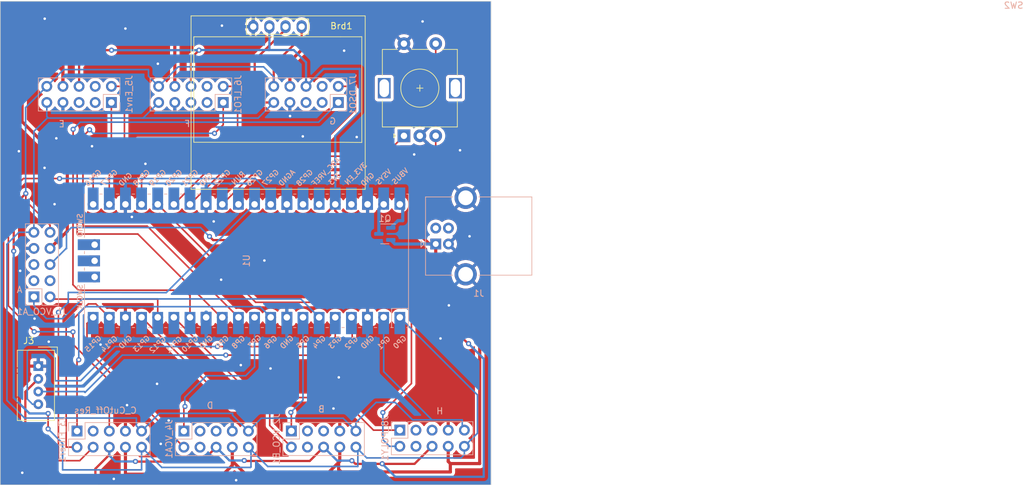
<source format=kicad_pcb>
(kicad_pcb (version 20221018) (generator pcbnew)
  (layers (0 "F.Cu" signal) (31 "B.Cu" signal) (34 "B.Paste" user) (35 "F.Paste" user) (36 "B.SilkS" user "B.Silkscreen") (37 "F.SilkS" user "F.Silkscreen") (38 "B.Mask" user) (39 "F.Mask" user) (44 "Edge.Cuts" user))
  (net 0 "")
  (net 1 "INT_A")
  (net 2 "LED_A")
  (net 6 "3V3")
  (net 7 "GND")
  (net 8 "LED_POWER")
  (net 9 "IC0_SCL")
  (net 10 "IC0_SDA")
  (net 11 "INT_B")
  (net 12 "LED_B")
  (net 16 "INT_C")
  (net 17 "LED_C")
  (net 19 "ADC_CUTOFF")
  (net 20 "ADC_Resonance")
  (net 21 "INT_D")
  (net 22 "LED_D")
  (net 26 "INT_E")
  (net 27 "LED_E")
  (net 31 "INT_F")
  (net 32 "LED_F")
  (net 36 "INT_G")
  (net 37 "LED_G")
  (net 41 "INT_H")
  (net 42 "LED_H")
  (net 46 "ENC_PRESET_A")
  (net 47 "ENC_PRESET_B")
  (net 48 "SWITCH_ENCODER")
  (net 49 "IC1_SDA")
  (net 50 "IC1_SCL")
  (net 60 "Net-(Q1-G)")
  (net 61 "VBUS")
  (footprint "Rotary_Encoder:RotaryEncoder_Alps_EC11E-Switch_Vertical_H20mm" (layer "F.Cu") (at 132.3232 139.2792 90)
    (fp_text reference "SW2")
    (fp_text value "RotaryEncoder_Switch")
  )
  (footprint "Connector:NS-Tech_Grove_1x04_P2mm_Vertical" (layer "F.Cu") (at 74.7819 175.5263)
    (fp_text reference "J3")
    (fp_text value "Conn_01x04_Socket")
  )
  (footprint "SSD1306:128x64OLED" (layer "F.Cu") (at 112.228 132.7006)
    (fp_text reference "Brd1")
    (fp_text value "SSD1306")
  )
  (footprint "Connector_PinHeader_2.54mm:PinHeader_2x05_P2.54mm_Vertical" (layer "B.Cu") (at 80.8786 185.7402 -90)
    (fp_text reference "J3_Filter1")
    (fp_text value "Conn_Filter")
  )
  (footprint "Package_TO_SOT_SMD:SOT-23" (layer "B.Cu") (at 129.3114 154.7114 180)
    (fp_text reference "Q1")
    (fp_text value "BS170F")
  )
  (footprint "Connector_USB:USB_B_OST_USB-B1HSxx_Horizontal" (layer "B.Cu") (at 137.3268 156.3043)
    (fp_text reference "J1")
    (fp_text value "USB_B")
  )
  (footprint "Connector_PinHeader_2.54mm:PinHeader_2x05_P2.54mm_Vertical" (layer "B.Cu") (at 97.6934 185.7402 -90)
    (fp_text reference "J4_VCA1")
    (fp_text value "Conn_VCA")
  )
  (footprint "MCU_RaspberryPi_and_Boards:RPi_Pico_SMD_TH" (layer "B.Cu") (at 107.5466 158.9532 90)
    (fp_text reference "U1")
    (fp_text value "Pico")
  )
  (footprint "Connector_PinHeader_2.54mm:PinHeader_2x05_P2.54mm_Vertical" (layer "B.Cu") (at 131.6736 185.5978 -90)
    (fp_text reference "J8_POLY1")
    (fp_text value "Conn_Env")
  )
  (footprint "Connector_PinHeader_2.54mm:PinHeader_2x05_P2.54mm_Vertical" (layer "B.Cu") (at 86.2838 134.0358 90)
    (fp_text reference "J5_Env1")
    (fp_text value "Conn_Env")
  )
  (footprint "Connector_PinHeader_2.54mm:PinHeader_2x05_P2.54mm_Vertical" (layer "B.Cu") (at 74.0918 164.6174)
    (fp_text reference "J1_VCO_A1")
    (fp_text value "Conn_VCO_A")
  )
  (footprint "Connector_PinHeader_2.54mm:PinHeader_2x05_P2.54mm_Vertical" (layer "B.Cu") (at 114.6048 185.7248 -90)
    (fp_text reference "J2_VCO_B1")
    (fp_text value "Conn_VCO_B")
  )
  (footprint "Connector_PinHeader_2.54mm:PinHeader_2x05_P2.54mm_Vertical" (layer "B.Cu") (at 121.9962 134.0358 90)
    (fp_text reference "J7_DSO1")
    (fp_text value "Conn_Env")
  )
  (footprint "Connector_PinHeader_2.54mm:PinHeader_2x05_P2.54mm_Vertical" (layer "B.Cu") (at 103.886 134.0358 90)
    (fp_text reference "J6_LFO1")
    (fp_text value "Conn_Env")
  )
  (gr_rect (start 68.8086 118.11) (end 146.0246 194.2088) (stroke (width 0.1)) (fill none) (layer "Edge.Cuts"))
  (gr_text "A" (at 72.3646 164.084) (layer "B.SilkS") (effects (font (size 1 1)) (justify left bottom mirror)))
  (gr_text "E" (at 79.0194 137.9982) (layer "B.SilkS") (effects (font (size 1 1)) (justify left bottom mirror)))
  (gr_text "B" (at 119.9388 182.88) (layer "B.SilkS") (effects (font (size 1 1)) (justify left bottom mirror)))
  (gr_text "H" (at 138.5824 183.1848) (layer "B.SilkS") (effects (font (size 1 1)) (justify left bottom mirror)))
  (gr_text "D" (at 102.4128 182.2958) (layer "B.SilkS") (effects (font (size 1 1)) (justify left bottom mirror)))
  (gr_text "G" (at 121.7168 137.5664) (layer "B.SilkS") (effects (font (size 1 1)) (justify left bottom mirror)))
  (gr_text "F" (at 98.7552 137.9728) (layer "B.SilkS") (effects (font (size 1 1)) (justify left bottom mirror)))
  (gr_text "C_CutOff_Res" (at 90.3732 183.0832) (layer "B.SilkS") (effects (font (size 1 1)) (justify left bottom mirror)))
  (segment (start 118.9766 167.8432) (end 116.081 164.9476) (width 0.25) (layer "B.Cu") (net 1))
  (segment (start 81.7118 164.9476) (end 78.613 168.0464) (width 0.25) (layer "B.Cu") (net 1))
  (segment (start 116.081 164.9476) (end 81.7118 164.9476) (width 0.25) (layer "B.Cu") (net 1))
  (segment (start 74.0918 166.0652) (end 74.0918 164.6174) (width 0.25) (layer "B.Cu") (net 1))
  (segment (start 78.613 168.0464) (end 76.073 168.0464) (width 0.25) (layer "B.Cu") (net 1))
  (segment (start 76.073 168.0464) (end 74.0918 166.0652) (width 0.25) (layer "B.Cu") (net 1))
  (segment (start 93.5766 167.8432) (end 93.5766 165.0014) (width 0.25) (layer "F.Cu") (net 2))
  (segment (start 93.5482 164.973) (end 76.9874 164.973) (width 0.25) (layer "F.Cu") (net 2))
  (segment (start 93.5766 165.0014) (end 93.5482 164.973) (width 0.25) (layer "F.Cu") (net 2))
  (segment (start 76.9874 164.973) (end 76.6318 164.6174) (width 0.25) (layer "F.Cu") (net 2))
  (segment (start 136.7536 188.1378) (end 133.985 190.9064) (width 0.35) (layer "F.Cu") (net 6))
  (segment (start 124.6886 190.9064) (end 124.1806 190.3984) (width 0.35) (layer "F.Cu") (net 6))
  (segment (start 142.494 172.0596) (end 142.5321 172.0977) (width 0.35) (layer "F.Cu") (net 6))
  (segment (start 124.1806 190.3984) (end 124.1298 190.3984) (width 0.35) (layer "F.Cu") (net 6))
  (segment (start 72.7456 179.5626) (end 72.7456 189.3824) (width 0.35) (layer "F.Cu") (net 6))
  (segment (start 142.4178 171.9834) (end 142.494 171.9834) (width 0.35) (layer "F.Cu") (net 6))
  (segment (start 83.566 125.8062) (end 81.2038 128.1684) (width 0.35) (layer "F.Cu") (net 6))
  (segment (start 115.8908 155.689) (end 102.2982 155.689) (width 0.35) (layer "F.Cu") (net 6))
  (segment (start 81.2038 128.1684) (end 81.2038 131.4958) (width 0.35) (layer "F.Cu") (net 6))
  (segment (start 121.5166 150.0632) (end 115.8908 155.689) (width 0.35) (layer "F.Cu") (net 6))
  (segment (start 107.1626 190.373) (end 107.2134 190.4238) (width 0.35) (layer "F.Cu") (net 6))
  (segment (start 90.2208 190.5508) (end 90.0684 190.5254) (width 0.35) (layer "F.Cu") (net 6))
  (segment (start 121.5166 151.0822) (end 142.4178 171.9834) (width 0.35) (layer "F.Cu") (net 6))
  (segment (start 119.6848 188.2648) (end 117.5004 190.4492) (width 0.35) (layer "F.Cu") (net 6))
  (segment (start 117.5004 190.4492) (end 107.2388 190.4492) (width 0.35) (layer "F.Cu") (net 6))
  (segment (start 128.9304 190.9064) (end 128.905 190.881) (width 0.35) (layer "F.Cu") (net 6))
  (segment (start 90.17 190.5508) (end 90.1954 190.5508) (width 0.35) (layer "F.Cu") (net 6))
  (segment (start 102.2982 155.689) (end 101.727 155.1178) (width 0.35) (layer "F.Cu") (net 6))
  (segment (start 102.7734 188.2802) (end 100.5028 190.5508) (width 0.35) (layer "F.Cu") (net 6))
  (segment (start 83.7692 193.4464) (end 83.7692 191.6684) (width 0.35) (layer "F.Cu") (net 6))
  (segment (start 107.188 190.373) (end 107.1626 190.373) (width 0.35) (layer "F.Cu") (net 6))
  (segment (start 142.494 171.9834) (end 142.494 172.0596) (width 0.35) (layer "F.Cu") (net 6))
  (segment (start 121.5166 150.0632) (end 121.5166 151.0822) (width 0.35) (layer "F.Cu") (net 6))
  (segment (start 124.1298 190.3984) (end 124.1298 190.4492) (width 0.35) (layer "F.Cu") (net 6))
  (segment (start 124.1298 190.4492) (end 124.1806 190.3984) (width 0.35) (layer "F.Cu") (net 6))
  (segment (start 107.188 190.3984) (end 107.188 190.373) (width 0.35) (layer "F.Cu") (net 6))
  (segment (start 128.905 190.881) (end 128.8796 190.9064) (width 0.35) (layer "F.Cu") (net 6))
  (segment (start 74.7819 177.5263) (end 72.7456 179.5626) (width 0.35) (layer "F.Cu") (net 6))
  (segment (start 107.2388 190.4492) (end 107.188 190.3984) (width 0.35) (layer "F.Cu") (net 6))
  (segment (start 90.0684 190.5254) (end 90.17 190.5508) (width 0.35) (layer "F.Cu") (net 6))
  (segment (start 85.9586 189.479) (end 85.9586 188.2802) (width 0.35) (layer "F.Cu") (net 6))
  (segment (start 128.8796 190.9064) (end 124.6886 190.9064) (width 0.35) (layer "F.Cu") (net 6))
  (segment (start 76.8096 193.4464) (end 83.7692 193.4464) (width 0.35) (layer "F.Cu") (net 6))
  (segment (start 100.5028 190.5508) (end 90.2208 190.5508) (width 0.35) (layer "F.Cu") (net 6))
  (segment (start 100.076 125.8062) (end 98.806 127.0762) (width 0.35) (layer "F.Cu") (net 6))
  (segment (start 86.3092 125.8062) (end 83.566 125.8062) (width 0.35) (layer "F.Cu") (net 6))
  (segment (start 83.7692 191.6684) (end 85.9586 189.479) (width 0.35) (layer "F.Cu") (net 6))
  (segment (start 133.985 190.9064) (end 128.9304 190.9064) (width 0.35) (layer "F.Cu") (net 6))
  (segment (start 98.806 127.0762) (end 98.806 131.4958) (width 0.35) (layer "F.Cu") (net 6))
  (segment (start 72.7456 189.3824) (end 76.8096 193.4464) (width 0.35) (layer "F.Cu") (net 6))
  (via (at 90.0684 190.5254) (size 0.8) (drill 0.4) (layers "F.Cu" "B.Cu") (net 6))
  (via (at 86.3092 125.8062) (size 0.8) (drill 0.4) (layers "F.Cu" "B.Cu") (net 6))
  (via (at 142.494 171.9834) (size 0.8) (drill 0.4) (layers "F.Cu" "B.Cu") (net 6))
  (via (at 107.188 190.373) (size 0.8) (drill 0.4) (layers "F.Cu" "B.Cu") (net 6))
  (via (at 128.905 190.881) (size 0.8) (drill 0.4) (layers "F.Cu" "B.Cu") (net 6))
  (via (at 100.076 125.8062) (size 0.8) (drill 0.4) (layers "F.Cu" "B.Cu") (net 6))
  (via (at 101.727 155.1178) (size 0.8) (drill 0.4) (layers "F.Cu" "B.Cu") (net 6))
  (via (at 124.1298 190.3984) (size 0.8) (drill 0.4) (layers "F.Cu" "B.Cu") (net 6))
  (segment (start 125.3744 135.4582) (end 125.3744 128.7526) (width 0.35) (layer "B.Cu") (net 6))
  (segment (start 86.3092 125.8062) (end 86.36 125.8062) (width 0.35) (layer "B.Cu") (net 6))
  (segment (start 125.3744 128.7526) (end 119.6594 128.7526) (width 0.35) (layer "B.Cu") (net 6))
  (segment (start 101.727 155.1178) (end 101.727 155.1432) (width 0.25) (layer "B.Cu") (net 6))
  (segment (start 79.2226 154.4828) (end 79.9846 153.7208) (width 0.25) (layer "B.Cu") (net 6))
  (segment (start 100.1014 125.7808) (end 111.0742 125.7808) (width 0.35) (layer "B.Cu") (net 6))
  (segment (start 100.076 125.8062) (end 100.1014 125.7808) (width 0.35) (layer "B.Cu") (net 6))
  (segment (start 100.3046 153.7208) (end 101.7016 155.1178) (width 0.25) (layer "B.Cu") (net 6))
  (segment (start 119.6594 128.7526) (end 116.9162 131.4958) (width 0.35) (layer "B.Cu") (net 6))
  (segment (start 79.9846 153.7208) (end 100.3046 153.7208) (width 0.25) (layer "B.Cu") (net 6))
  (segment (start 85.9586 189.5906) (end 85.9586 188.2802) (width 0.35) (layer "B.Cu") (net 6))
  (segment (start 99.9998 125.7808) (end 100.0506 125.7808) (width 0.35) (layer "B.Cu") (net 6))
  (segment (start 116.9162 127.7112) (end 116.9162 131.4958) (width 0.35) (layer "B.Cu") (net 6))
  (segment (start 100.0506 125.7808) (end 100.076 125.8062) (width 0.35) (layer "B.Cu") (net 6))
  (segment (start 144.8816 174.371) (end 142.494 171.9834) (width 0.35) (layer "B.Cu") (net 6))
  (segment (start 100.076 125.8062) (end 86.3092 125.8062) (width 0.35) (layer "B.Cu") (net 6))
  (segment (start 128.905 190.881) (end 130.9624 192.9384) (width 0.35) (layer "B.Cu") (net 6))
  (segment (start 114.9858 125.7808) (end 116.9162 127.7112) (width 0.35) (layer "B.Cu") (net 6))
  (segment (start 144.8816 192.9384) (end 144.8816 174.371) (width 0.35) (layer "B.Cu") (net 6))
  (segment (start 111.148 125.707) (end 111.0742 125.7808) (width 0.35) (layer "B.Cu") (net 6))
  (segment (start 111.148 122.1006) (end 111.148 125.707) (width 0.35) (layer "B.Cu") (net 6))
  (segment (start 101.7016 155.1178) (end 101.727 155.1178) (width 0.25) (layer "B.Cu") (net 6))
  (segment (start 104.8662 190.373) (end 102.7734 188.2802) (width 0.35) (layer "B.Cu") (net 6))
  (segment (start 101.727 155.1432) (end 101.7778 155.194) (width 0.25) (layer "B.Cu") (net 6))
  (segment (start 121.5166 139.316) (end 125.3744 135.4582) (width 0.35) (layer "B.Cu") (net 6))
  (segment (start 130.9624 192.9384) (end 144.8816 192.9384) (width 0.35) (layer "B.Cu") (net 6))
  (segment (start 79.2226 157.0228) (end 79.2226 154.4828) (width 0.25) (layer "B.Cu") (net 6))
  (segment (start 121.5166 150.0632) (end 121.5166 139.316) (width 0.35) (layer "B.Cu") (net 6))
  (segment (start 121.8184 190.3984) (end 119.6848 188.2648) (width 0.35) (layer "B.Cu") (net 6))
  (segment (start 90.0684 190.5254) (end 86.8934 190.5254) (width 0.35) (layer "B.Cu") (net 6))
  (segment (start 111.0742 125.7808) (end 114.9858 125.7808) (width 0.35) (layer "B.Cu") (net 6))
  (segment (start 124.1298 190.3984) (end 121.8184 190.3984) (width 0.35) (layer "B.Cu") (net 6))
  (segment (start 76.6318 159.5374) (end 79.1464 157.0228) (width 0.25) (layer "B.Cu") (net 6))
  (segment (start 79.1464 157.0228) (end 79.2226 157.0228) (width 0.25) (layer "B.Cu") (net 6))
  (segment (start 107.188 190.373) (end 104.8662 190.373) (width 0.35) (layer "B.Cu") (net 6))
  (segment (start 86.8934 190.5254) (end 85.9586 189.5906) (width 0.35) (layer "B.Cu") (net 6))
  (via (at 75.7936 120.8532) (size 0.8) (drill 0.4) (layers "F.Cu" "B.Cu") (net 7))
  (via (at 88.4936 122.4026) (size 0.8) (drill 0.4) (layers "F.Cu" "B.Cu") (net 7))
  (via (at 116.4082 139.3698) (size 0.8) (drill 0.4) (layers "F.Cu" "B.Cu") (net 7))
  (via (at 74.1934 168.0464) (size 0.8) (drill 0.4) (layers "F.Cu" "B.Cu") (net 7))
  (via (at 93.472 178.308) (size 0.8) (drill 0.4) (layers "F.Cu" "B.Cu") (net 7))
  (via (at 141.1478 141.5542) (size 0.8) (drill 0.4) (layers "F.Cu" "B.Cu") (net 7))
  (via (at 102.3874 152.7556) (size 0.8) (drill 0.4) (layers "F.Cu" "B.Cu") (net 7))
  (via (at 94.0562 187.7568) (size 0.8) (drill 0.4) (layers "F.Cu" "B.Cu") (net 7))
  (via (at 121.2342 182.1942) (size 0.8) (drill 0.4) (layers "F.Cu" "B.Cu") (net 7))
  (via (at 71.7296 141.7066) (size 0.8) (drill 0.4) (layers "F.Cu" "B.Cu") (net 7))
  (via (at 71.9328 160.528) (size 0.8) (drill 0.4) (layers "F.Cu" "B.Cu") (net 7))
  (via (at 75.7682 144.3228) (size 0.8) (drill 0.4) (layers "F.Cu" "B.Cu") (net 7))
  (via (at 91.6432 143.6878) (size 0.8) (drill 0.4) (layers "F.Cu" "B.Cu") (net 7))
  (via (at 122.0724 177.292) (size 0.8) (drill 0.4) (layers "F.Cu" "B.Cu") (net 7))
  (via (at 72.263 192.3034) (size 0.8) (drill 0.4) (layers "F.Cu" "B.Cu") (net 7))
  (via (at 103.6828 121.9454) (size 0.8) (drill 0.4) (layers "F.Cu" "B.Cu") (net 7))
  (via (at 139.3952 165.9636) (size 0.8) (drill 0.4) (layers "F.Cu" "B.Cu") (net 7))
  (via (at 103.5558 161.925) (size 0.8) (drill 0.4) (layers "F.Cu" "B.Cu") (net 7))
  (via (at 89.5096 152.0444) (size 0.8) (drill 0.4) (layers "F.Cu" "B.Cu") (net 7))
  (via (at 138.0744 171.1706) (size 0.8) (drill 0.4) (layers "F.Cu" "B.Cu") (net 7))
  (via (at 110.363 158.9024) (size 0.8) (drill 0.4) (layers "F.Cu" "B.Cu") (net 7))
  (via (at 135.255 121.285) (size 0.8) (drill 0.4) (layers "F.Cu" "B.Cu") (net 7))
  (via (at 95.3008 184.0738) (size 0.8) (drill 0.4) (layers "F.Cu" "B.Cu") (net 7))
  (via (at 86.6648 193.2686) (size 0.8) (drill 0.4) (layers "F.Cu" "B.Cu") (net 7))
  (via (at 84.582 172.1358) (size 0.8) (drill 0.4) (layers "F.Cu" "B.Cu") (net 7))
  (via (at 88.7476 181.6608) (size 0.8) (drill 0.4) (layers "F.Cu" "B.Cu") (net 7))
  (via (at 83.2358 140.9192) (size 0.8) (drill 0.4) (layers "F.Cu" "B.Cu") (net 7))
  (via (at 76.4286 171.6786) (size 0.8) (drill 0.4) (layers "F.Cu" "B.Cu") (net 7))
  (via (at 105.918 193.4718) (size 0.8) (drill 0.4) (layers "F.Cu" "B.Cu") (net 7))
  (via (at 111.3282 175.895) (size 0.8) (drill 0.4) (layers "F.Cu" "B.Cu") (net 7))
  (via (at 133.9342 142.2146) (size 0.8) (drill 0.4) (layers "F.Cu" "B.Cu") (net 7))
  (via (at 122.9106 125.8824) (size 0.8) (drill 0.4) (layers "F.Cu" "B.Cu") (net 7))
  (via (at 77.6224 139.6746) (size 0.8) (drill 0.4) (layers "F.Cu" "B.Cu") (net 7))
  (via (at 114.4016 136.1694) (size 0.8) (drill 0.4) (layers "F.Cu" "B.Cu") (net 7))
  (via (at 77.343 150.0378) (size 0.8) (drill 0.4) (layers "F.Cu" "B.Cu") (net 7))
  (via (at 142.6464 155.0924) (size 0.8) (drill 0.4) (layers "F.Cu" "B.Cu") (net 7))
  (via (at 106.6546 175.3616) (size 0.8) (drill 0.4) (layers "F.Cu" "B.Cu") (net 7))
  (via (at 93.599 127.9398) (size 0.8) (drill 0.4) (layers "F.Cu" "B.Cu") (net 7))
  (via (at 124.8918 139.4714) (size 0.8) (drill 0.4) (layers "F.Cu" "B.Cu") (net 7))
  (segment (start 145.161 119.4054) (end 144.6276 118.872) (width 0.5) (layer "F.Cu") (net 8))
  (segment (start 73.787 128.5748) (end 78.1812 128.5748) (width 0.5) (layer "F.Cu") (net 8))
  (segment (start 122.047 191.77) (end 122.047 190.6778) (width 0.5) (layer "F.Cu") (net 8))
  (segment (start 137.3268 156.3043) (end 137.3268 160.7456) (width 0.5) (layer "F.Cu") (net 8))
  (segment (start 107.325 192.4558) (end 105.3134 190.4442) (width 0.5) (layer "F.Cu") (net 8))
  (segment (start 122.047 190.6778) (end 122.2248 190.5) (width 0.5) (layer "F.Cu") (net 8))
  (segment (start 105.3134 191.13) (end 103.9114 192.532) (width 0.5) (layer "F.Cu") (net 8))
  (segment (start 79.3496 154.2796) (end 79.3496 144.1704) (width 0.5) (layer "F.Cu") (net 8))
  (segment (start 139.6238 190.8556) (end 139.6238 192.1764) (width 0.5) (layer "F.Cu") (net 8))
  (segment (start 135.0772 151.4094) (end 145.161 141.3256) (width 0.5) (layer "F.Cu") (net 8))
  (segment (start 84.9249 119.2657) (end 78.6638 125.5268) (width 0.5) (layer "F.Cu") (net 8))
  (segment (start 76.6318 156.9974) (end 79.3496 154.2796) (width 0.5) (layer "F.Cu") (net 8))
  (segment (start 118.8974 118.745) (end 118.8974 123.0884) (width 0.5) (layer "F.Cu") (net 8))
  (segment (start 78.6638 125.5268) (end 78.6638 131.4958) (width 0.5) (layer "F.Cu") (net 8))
  (segment (start 103.9114 192.532) (end 88.4986 192.532) (width 0.5) (layer "F.Cu") (net 8))
  (segment (start 78.6638 129.0574) (end 78.6638 131.4958) (width 0.5) (layer "F.Cu") (net 8))
  (segment (start 88.4986 192.532) (end 88.4986 188.2802) (width 0.5) (layer "F.Cu") (net 8))
  (segment (start 119.38 118.872) (end 119.0244 118.872) (width 0.5) (layer "F.Cu") (net 8))
  (segment (start 105.3134 190.4442) (end 105.3134 188.2802) (width 0.5) (layer "F.Cu") (net 8))
  (segment (start 119.0244 118.872) (end 118.8974 118.745) (width 0.5) (layer "F.Cu") (net 8))
  (segment (start 144.2466 190.8556) (end 139.6238 190.8556) (width 0.5) (layer "F.Cu") (net 8))
  (segment (start 96.266 122.5296) (end 96.266 131.4958) (width 0.5) (layer "F.Cu") (net 8))
  (segment (start 139.6238 190.8556) (end 139.2936 190.5254) (width 0.5) (layer "F.Cu") (net 8))
  (segment (start 72.2376 130.1242) (end 73.787 128.5748) (width 0.5) (layer "F.Cu") (net 8))
  (segment (start 99.5299 119.2657) (end 96.266 122.5296) (width 0.5) (layer "F.Cu") (net 8))
  (segment (start 79.3496 144.1704) (end 72.2376 137.0584) (width 0.5) (layer "F.Cu") (net 8))
  (segment (start 145.161 141.3256) (end 145.161 119.4054) (width 0.5) (layer "F.Cu") (net 8))
  (segment (start 122.4534 192.1764) (end 122.047 191.77) (width 0.5) (layer "F.Cu") (net 8))
  (segment (start 139.6238 192.1764) (end 122.4534 192.1764) (width 0.5) (layer "F.Cu") (net 8))
  (segment (start 137.3268 160.7456) (end 144.2466 167.6654) (width 0.5) (layer "F.Cu") (net 8))
  (segment (start 72.2376 137.0584) (end 72.2376 130.1242) (width 0.5) (layer "F.Cu") (net 8))
  (segment (start 122.047 190.6778) (end 120.269 192.4558) (width 0.5) (layer "F.Cu") (net 8))
  (segment (start 119.38 118.872) (end 99.9236 118.872) (width 0.5) (layer "F.Cu") (net 8))
  (segment (start 139.2936 190.5254) (end 139.2936 188.1378) (width 0.5) (layer "F.Cu") (net 8))
  (segment (start 144.6276 118.872) (end 119.38 118.872) (width 0.5) (layer "F.Cu") (net 8))
  (segment (start 136.3145 156.3043) (end 135.0772 155.067) (width 0.5) (layer "F.Cu") (net 8))
  (segment (start 122.2248 190.5) (end 122.2248 188.2648) (width 0.5) (layer "F.Cu") (net 8))
  (segment (start 137.3268 156.3043) (end 136.3145 156.3043) (width 0.5) (layer "F.Cu") (net 8))
  (segment (start 114.3762 127.6096) (end 114.3762 131.4958) (width 0.5) (layer "F.Cu") (net 8))
  (segment (start 78.1812 128.5748) (end 78.6638 129.0574) (width 0.5) (layer "F.Cu") (net 8))
  (segment (start 99.5299 119.2657) (end 84.9249 119.2657) (width 0.5) (layer "F.Cu") (net 8))
  (segment (start 118.8974 123.0884) (end 114.3762 127.6096) (width 0.5) (layer "F.Cu") (net 8))
  (segment (start 135.0772 155.067) (end 135.0772 151.4094) (width 0.5) (layer "F.Cu") (net 8))
  (segment (start 120.269 192.4558) (end 107.325 192.4558) (width 0.5) (layer "F.Cu") (net 8))
  (segment (start 144.2466 167.6654) (end 144.2466 190.8556) (width 0.5) (layer "F.Cu") (net 8))
  (segment (start 105.3134 190.4442) (end 105.3134 191.13) (width 0.5) (layer "F.Cu") (net 8))
  (segment (start 99.9236 118.872) (end 99.5299 119.2657) (width 0.5) (layer "F.Cu") (net 8))
  (segment (start 137.3268 156.3043) (end 130.8918 156.3043) (width 0.5) (layer "B.Cu") (net 8))
  (segment (start 130.8918 156.3043) (end 130.2489 155.6614) (width 0.5) (layer "B.Cu") (net 8))
  (segment (start 108.839 134.2136) (end 109.0168 134.0358) (width 0.35) (layer "F.Cu") (net 9))
  (segment (start 113.688 122.1006) (end 113.688 122.532) (width 0.35) (layer "F.Cu") (net 9))
  (segment (start 113.688 122.532) (end 108.839 127.381) (width 0.35) (layer "F.Cu") (net 9))
  (segment (start 108.839 127.381) (end 108.839 134.2136) (width 0.35) (layer "F.Cu") (net 9))
  (segment (start 109.0168 134.0358) (end 111.8362 134.0358) (width 0.35) (layer "F.Cu") (net 9))
  (segment (start 109.8754 183.7182) (end 122.7582 183.7182) (width 0.25) (layer "B.Cu") (net 9))
  (segment (start 105.3592 183.246) (end 107.8534 185.7402) (width 0.25) (layer "B.Cu") (net 9))
  (segment (start 130.937 181.229) (end 133.6802 183.9722) (width 0.25) (layer "B.Cu") (net 9))
  (segment (start 71.7296 154.4574) (end 69.8246 156.3624) (width 0.25) (layer "B.Cu") (net 9))
  (segment (start 74.0918 154.4574) (end 74.0918 138.5824) (width 0.25) (layer "B.Cu") (net 9))
  (segment (start 74.0918 138.5824) (end 76.1873 136.4869) (width 0.25) (layer "B.Cu") (net 9))
  (segment (start 76.2762 136.398) (end 76.1238 136.2456) (width 0.25) (layer "B.Cu") (net 9))
  (segment (start 124.7648 184.404) (end 127.9398 181.229) (width 0.25) (layer "B.Cu") (net 9))
  (segment (start 90.2208 183.6928) (end 90.2208 184.9224) (width 0.25) (layer "B.Cu") (net 9))
  (segment (start 129.1366 176.3806) (end 136.7282 183.9722) (width 0.25) (layer "B.Cu") (net 9))
  (segment (start 124.7648 185.674) (end 124.7648 185.7248) (width 0.25) (layer "B.Cu") (net 9))
  (segment (start 127.9398 181.229) (end 130.937 181.229) (width 0.25) (layer "B.Cu") (net 9))
  (segment (start 93.726 134.0358) (end 91.2749 136.4869) (width 0.25) (layer "B.Cu") (net 9))
  (segment (start 69.85 180.9242) (end 72.6186 183.6928) (width 0.25) (layer "B.Cu") (net 9))
  (segment (start 91.0386 185.7402) (end 93.8226 182.9562) (width 0.25) (layer "B.Cu") (net 9))
  (segment (start 133.6802 183.9722) (end 136.7282 183.9722) (width 0.25) (layer "B.Cu") (net 9))
  (segment (start 72.6186 183.6928) (end 90.2208 183.6928) (width 0.25) (layer "B.Cu") (net 9))
  (segment (start 129.1366 167.8432) (end 129.1366 176.3806) (width 0.25) (layer "B.Cu") (net 9))
  (segment (start 111.8362 134.0358) (end 109.3851 136.4869) (width 0.25) (layer "B.Cu") (net 9))
  (segment (start 69.85 156.3878) (end 69.85 180.9242) (width 0.25) (layer "B.Cu") (net 9))
  (segment (start 93.8226 182.9562) (end 105.3592 182.9562) (width 0.25) (layer "B.Cu") (net 9))
  (segment (start 76.1873 136.4869) (end 76.2762 136.398) (width 0.25) (layer "B.Cu") (net 9))
  (segment (start 76.1238 136.2456) (end 76.1238 134.0358) (width 0.25) (layer "B.Cu") (net 9))
  (segment (start 124.7648 185.7248) (end 124.7648 184.404) (width 0.25) (layer "B.Cu") (net 9))
  (segment (start 136.7282 183.9722) (end 141.5034 183.9722) (width 0.25) (layer "B.Cu") (net 9))
  (segment (start 107.8534 185.7402) (end 109.8754 183.7182) (width 0.25) (layer "B.Cu") (net 9))
  (segment (start 122.7582 183.7182) (end 124.7648 185.7248) (width 0.25) (layer "B.Cu") (net 9))
  (segment (start 90.2208 184.9224) (end 91.0386 185.7402) (width 0.25) (layer "B.Cu") (net 9))
  (segment (start 141.5034 185.2676) (end 141.8336 185.5978) (width 0.25) (layer "B.Cu") (net 9))
  (segment (start 109.3851 136.4869) (end 91.2749 136.4869) (width 0.25) (layer "B.Cu") (net 9))
  (segment (start 105.3592 182.9562) (end 105.3592 183.246) (width 0.25) (layer "B.Cu") (net 9))
  (segment (start 74.0918 154.4574) (end 71.7296 154.4574) (width 0.25) (layer "B.Cu") (net 9))
  (segment (start 91.2749 136.4869) (end 76.1873 136.4869) (width 0.25) (layer "B.Cu") (net 9))
  (segment (start 141.5034 183.9722) (end 141.5034 185.2676) (width 0.25) (layer "B.Cu") (net 9))
  (segment (start 69.8246 156.3624) (end 69.85 156.3878) (width 0.25) (layer "B.Cu") (net 9))
  (segment (start 76.6318 153.3398) (end 76.6318 154.4574) (width 0.25) (layer "F.Cu") (net 10))
  (segment (start 70.9168 150.2664) (end 72.8218 148.3614) (width 0.35) (layer "F.Cu") (net 10))
  (segment (start 72.8218 149.5298) (end 76.6318 153.3398) (width 0.25) (layer "F.Cu") (net 10))
  (segment (start 111.8362 128.1684) (end 111.8362 131.4958) (width 0.35) (layer "F.Cu") (net 10))
  (segment (start 76.327 182.9683) (end 76.327 185.3946) (width 0.25) (layer "F.Cu") (net 10))
  (segment (start 111.8108 128.143) (end 111.8362 128.1684) (width 0.35) (layer "F.Cu") (net 10))
  (segment (start 116.228 122.1006) (end 116.228 123.7258) (width 0.35) (layer "F.Cu") (net 10))
  (segment (start 116.228 123.7258) (end 111.8108 128.143) (width 0.35) (layer "F.Cu") (net 10))
  (segment (start 72.8218 148.3614) (end 72.8218 149.5298) (width 0.25) (layer "F.Cu") (net 10))
  (segment (start 70.9168 157.4292) (end 70.9168 150.2664) (width 0.35) (layer "F.Cu") (net 10))
  (via (at 76.327 185.3946) (size 0.8) (drill 0.4) (layers "F.Cu" "B.Cu") (net 10))
  (via (at 72.8218 148.3614) (size 0.8) (drill 0.4) (layers "F.Cu" "B.Cu") (net 10))
  (via (at 70.9168 157.4292) (size 0.8) (drill 0.4) (layers "F.Cu" "B.Cu") (net 10))
  (via (at 76.327 182.9683) (size 0.8) (drill 0.4) (layers "F.Cu" "B.Cu") (net 10))
  (segment (start 91.0386 191.8462) (end 91.0386 188.2802) (width 0.25) (layer "B.Cu") (net 10))
  (segment (start 108.1786 191.4652) (end 108.2548 191.389) (width 0.25) (layer "B.Cu") (net 10))
  (segment (start 76.1238 131.4958) (end 78.7654 128.8542) (width 0.25) (layer "B.Cu") (net 10))
  (segment (start 76.1238 131.4958) (end 72.7848 134.8348) (width 0.25) (layer "B.Cu") (net 10))
  (segment (start 70.9168 157.4292) (end 70.9168 180.4924) (width 0.35) (layer "B.Cu") (net 10))
  (segment (start 108.2548 191.389) (end 108.2548 188.6816) (width 0.25) (layer "B.Cu") (net 10))
  (segment (start 92.1258 129.8956) (end 93.726 131.4958) (width 0.25) (layer "B.Cu") (net 10))
  (segment (start 72.7848 134.8348) (end 72.7848 146.685) (width 0.25) (layer "B.Cu") (net 10))
  (segment (start 110.236 128.4224) (end 111.8362 130.0226) (width 0.25) (layer "B.Cu") (net 10))
  (segment (start 78.613 191.8462) (end 91.0386 191.8462) (width 0.25) (layer "B.Cu") (net 10))
  (segment (start 73.3927 182.9683) (end 76.327 182.9683) (width 0.35) (layer "B.Cu") (net 10))
  (segment (start 141.8336 188.1378) (end 143.891 186.0804) (width 0.25) (layer "B.Cu") (net 10))
  (segment (start 141.3002 189.9666) (end 141.8336 189.4332) (width 0.25) (layer "B.Cu") (net 10))
  (segment (start 110.886 191.3128) (end 125.0696 191.3128) (width 0.25) (layer "B.Cu") (net 10))
  (segment (start 126.4666 189.9666) (end 141.3002 189.9666) (width 0.25) (layer "B.Cu") (net 10))
  (segment (start 93.726 131.4958) (end 96.7994 128.4224) (width 0.25) (layer "B.Cu") (net 10))
  (segment (start 78.7654 128.8542) (end 92.1258 128.8542) (width 0.25) (layer "B.Cu") (net 10))
  (segment (start 91.0386 188.2802) (end 94.2236 191.4652) (width 0.25) (layer "B.Cu") (net 10))
  (segment (start 124.7648 188.2648) (end 126.4666 189.9666) (width 0.25) (layer "B.Cu") (net 10))
  (segment (start 72.7848 146.685) (end 72.8218 148.3614) (width 0.25) (layer "B.Cu") (net 10))
  (segment (start 76.2387 182.88) (end 76.327 182.9683) (width 0.35) (layer "B.Cu") (net 10))
  (segment (start 78.613 187.6806) (end 78.613 191.8462) (width 0.25) (layer "B.Cu") (net 10))
  (segment (start 70.9168 180.4924) (end 73.3927 182.9683) (width 0.35) (layer "B.Cu") (net 10))
  (segment (start 76.327 182.9683) (end 76.327 182.8292) (width 0.35) (layer "B.Cu") (net 10))
  (segment (start 143.891 186.0804) (end 143.891 180.0576) (width 0.25) (layer "B.Cu") (net 10))
  (segment (start 72.8218 148.3614) (end 72.7848 148.373) (width 0.25) (layer "B.Cu") (net 10))
  (segment (start 94.2236 191.4652) (end 108.1786 191.4652) (width 0.25) (layer "B.Cu") (net 10))
  (segment (start 107.8534 188.2802) (end 110.886 191.3128) (width 0.25) (layer "B.Cu") (net 10))
  (segment (start 92.1258 128.8542) (end 92.1258 129.8956) (width 0.25) (layer "B.Cu") (net 10))
  (segment (start 76.327 185.3946) (end 78.613 187.6806) (width 0.25) (layer "B.Cu") (net 10))
  (segment (start 141.8336 189.4332) (end 141.8336 188.1378) (width 0.25) (layer "B.Cu") (net 10))
  (segment (start 111.8362 130.0226) (end 111.8362 131.4958) (width 0.25) (layer "B.Cu") (net 10))
  (segment (start 143.891 180.0576) (end 131.6766 167.8432) (width 0.25) (layer "B.Cu") (net 10))
  (segment (start 125.0696 191.3128) (end 125.0696 188.5696) (width 0.25) (layer "B.Cu") (net 10))
  (segment (start 96.7994 128.4224) (end 110.236 128.4224) (width 0.25) (layer "B.Cu") (net 10))
  (segment (start 108.2548 188.6816) (end 107.8534 188.2802) (width 0.25) (layer "B.Cu") (net 10))
  (segment (start 125.0696 188.5696) (end 124.7648 188.2648) (width 0.25) (layer "B.Cu") (net 10))
  (segment (start 114.6048 182.88) (end 114.6048 185.7248) (width 0.25) (layer "F.Cu") (net 11))
  (segment (start 114.5286 182.8038) (end 114.6048 182.88) (width 0.25) (layer "F.Cu") (net 11))
  (via (at 114.5286 182.8038) (size 0.8) (drill 0.4) (layers "F.Cu" "B.Cu") (net 11))
  (segment (start 116.4366 167.8432) (end 116.4366 180.8704) (width 0.25) (layer "B.Cu") (net 11))
  (segment (start 114.5286 182.7784) (end 114.5286 182.8038) (width 0.25) (layer "B.Cu") (net 11))
  (segment (start 114.5032 182.8038) (end 114.5032 182.8038) (width 0.25) (layer "B.Cu") (net 11))
  (segment (start 116.4366 180.8704) (end 114.5286 182.7784) (width 0.25) (layer "B.Cu") (net 11))
  (segment (start 114.5286 182.8038) (end 114.5032 182.8038) (width 0.25) (layer "B.Cu") (net 11))
  (segment (start 91.0366 167.8432) (end 105.2606 182.0672) (width 0.25) (layer "F.Cu") (net 12))
  (segment (start 111.2012 182.0672) (end 111.2012 184.8612) (width 0.25) (layer "F.Cu") (net 12))
  (segment (start 111.2012 184.8612) (end 114.6048 188.2648) (width 0.25) (layer "F.Cu") (net 12))
  (segment (start 105.2606 182.0672) (end 111.2012 182.0672) (width 0.25) (layer "F.Cu") (net 12))
  (segment (start 80.8786 174.7978) (end 80.8786 185.7402) (width 0.25) (layer "F.Cu") (net 16))
  (segment (start 81.153 174.5234) (end 80.8786 174.7978) (width 0.25) (layer "F.Cu") (net 16))
  (via (at 81.153 174.5234) (size 0.8) (drill 0.4) (layers "F.Cu" "B.Cu") (net 16))
  (segment (start 109.6802 166.1668) (end 111.3566 167.8432) (width 0.25) (layer "B.Cu") (net 16))
  (segment (start 81.153 167.1828) (end 82.169 166.1668) (width 0.25) (layer "B.Cu") (net 16))
  (segment (start 82.169 166.1668) (end 109.6802 166.1668) (width 0.25) (layer "B.Cu") (net 16))
  (segment (start 81.153 174.5234) (end 81.153 167.1828) (width 0.25) (layer "B.Cu") (net 16))
  (segment (start 85.9566 167.8432) (end 83.8484 165.735) (width 0.25) (layer "F.Cu") (net 17))
  (segment (start 82.6516 165.735) (end 79.1718 169.2148) (width 0.25) (layer "F.Cu") (net 17))
  (segment (start 80.8632 188.2648) (end 80.8786 188.2802) (width 0.25) (layer "F.Cu") (net 17))
  (segment (start 79.1718 188.2648) (end 80.8632 188.2648) (width 0.25) (layer "F.Cu") (net 17))
  (segment (start 79.1718 169.2148) (end 79.1718 188.2648) (width 0.25) (layer "F.Cu") (net 17))
  (segment (start 83.8484 165.735) (end 82.6516 165.735) (width 0.25) (layer "F.Cu") (net 17))
  (segment (start 81.3004 190.3984) (end 77.9526 190.3984) (width 0.25) (layer "F.Cu") (net 19))
  (segment (start 77.9526 190.3984) (end 77.9526 167.0558) (width 0.25) (layer "F.Cu") (net 19))
  (segment (start 83.4186 188.2802) (end 81.3004 190.3984) (width 0.25) (layer "F.Cu") (net 19))
  (via (at 77.9526 167.0558) (size 0.8) (drill 0.4) (layers "F.Cu" "B.Cu") (net 19))
  (segment (start 79.502 165.5064) (end 77.9526 167.0558) (width 0.25) (layer "B.Cu") (net 19))
  (segment (start 108.8166 150.0632) (end 94.9228 163.957) (width 0.25) (layer "B.Cu") (net 19))
  (segment (start 79.502 163.9316) (end 79.502 165.5064) (width 0.25) (layer "B.Cu") (net 19))
  (segment (start 94.9228 163.957) (end 79.502 163.9316) (width 0.25) (layer "B.Cu") (net 19))
  (segment (start 70.0786 148.3614) (end 72.4408 145.9992) (width 0.25) (layer "F.Cu") (net 20))
  (segment (start 80.2386 170.1292) (end 80.264 170.1292) (width 0.25) (layer "F.Cu") (net 20))
  (segment (start 74.1426 170.1038) (end 70.0786 166.0398) (width 0.25) (layer "F.Cu") (net 20))
  (segment (start 70.0786 166.0398) (end 70.0786 148.3614) (width 0.25) (layer "F.Cu") (net 20))
  (segment (start 85.9586 177.805) (end 81.9912 173.8376) (width 0.25) (layer "F.Cu") (net 20))
  (segment (start 85.9586 185.7402) (end 85.9586 177.805) (width 0.25) (layer "F.Cu") (net 20))
  (segment (start 80.264 172.1104) (end 80.2386 170.1292) (width 0.25) (layer "F.Cu") (net 20))
  (segment (start 72.4408 145.9992) (end 78.1304 145.9992) (width 0.25) (layer "F.Cu") (net 20))
  (segment (start 81.9912 173.8376) (end 80.264 172.1104) (width 0.25) (layer "F.Cu") (net 20))
  (via (at 74.1426 170.1038) (size 0.8) (drill 0.4) (layers "F.Cu" "B.Cu") (net 20))
  (via (at 80.2386 170.1292) (size 0.8) (drill 0.4) (layers "F.Cu" "B.Cu") (net 20))
  (via (at 78.1304 145.9992) (size 0.8) (drill 0.4) (layers "F.Cu" "B.Cu") (net 20))
  (segment (start 111.3566 150.0632) (end 111.3566 148.4532) (width 0.25) (layer "B.Cu") (net 20))
  (segment (start 80.2386 170.1292) (end 74.1426 170.1038) (width 0.25) (layer "B.Cu") (net 20))
  (segment (start 74.1426 170.1038) (end 74.1172 170.1292) (width 0.25) (layer "B.Cu") (net 20))
  (segment (start 108.9026 145.9992) (end 78.1304 145.9992) (width 0.25) (layer "B.Cu") (net 20))
  (segment (start 111.3566 148.4532) (end 108.9026 145.9992) (width 0.25) (layer "B.Cu") (net 20))
  (segment (start 78.1304 145.9992) (end 78.1558 145.9992) (width 0.25) (layer "B.Cu") (net 20))
  (segment (start 97.6934 182.0368) (end 97.6934 185.7402) (width 0.25) (layer "F.Cu") (net 21))
  (segment (start 97.8662 181.864) (end 97.6934 182.0368) (width 0.25) (layer "F.Cu") (net 21))
  (via (at 97.8662 181.864) (size 0.8) (drill 0.4) (layers "F.Cu" "B.Cu") (net 21))
  (segment (start 108.8166 175.638) (end 107.4166 177.038) (width 0.25) (layer "B.Cu") (net 21))
  (segment (start 97.8408 180.429) (end 97.8662 181.864) (width 0.25) (layer "B.Cu") (net 21))
  (segment (start 108.8166 167.8432) (end 108.8166 175.638) (width 0.25) (layer "B.Cu") (net 21))
  (segment (start 97.8662 181.864) (end 97.8408 181.8386) (width 0.25) (layer "B.Cu") (net 21))
  (segment (start 101.2318 177.038) (end 97.8408 180.429) (width 0.25) (layer "B.Cu") (net 21))
  (segment (start 107.4166 177.038) (end 101.2318 177.038) (width 0.25) (layer "B.Cu") (net 21))
  (segment (start 95.0214 185.6486) (end 95.0618 185.6486) (width 0.25) (layer "F.Cu") (net 22))
  (segment (start 95.0618 185.6486) (end 97.6934 188.2802) (width 0.25) (layer "F.Cu") (net 22))
  (segment (start 82.4484 172.9486) (end 95.0214 185.5216) (width 0.25) (layer "F.Cu") (net 22))
  (segment (start 83.4166 167.8432) (end 82.4484 168.8114) (width 0.25) (layer "F.Cu") (net 22))
  (segment (start 82.4484 168.8114) (end 82.4484 172.9486) (width 0.25) (layer "F.Cu") (net 22))
  (segment (start 95.0214 185.5216) (end 95.0214 185.6486) (width 0.25) (layer "F.Cu") (net 22))
  (segment (start 81.8134 144.3228) (end 86.2838 139.8524) (width 0.25) (layer "F.Cu") (net 26))
  (segment (start 81.8134 153.4922) (end 81.8134 144.3228) (width 0.25) (layer "F.Cu") (net 26))
  (segment (start 106.2766 167.8432) (end 91.9256 153.4922) (width 0.25) (layer "F.Cu") (net 26))
  (segment (start 91.9256 153.4922) (end 81.8134 153.4922) (width 0.25) (layer "F.Cu") (net 26))
  (segment (start 86.2838 139.8524) (end 86.2838 134.0358) (width 0.25) (layer "F.Cu") (net 26))
  (segment (start 83.4166 145.793) (end 83.4166 150.0632) (width 0.25) (layer "F.Cu") (net 27))
  (segment (start 88.3412 140.8684) (end 83.4166 145.793) (width 0.25) (layer "F.Cu") (net 27))
  (segment (start 88.1634 131.4958) (end 88.3412 131.6736) (width 0.25) (layer "F.Cu") (net 27))
  (segment (start 86.2838 131.4958) (end 88.1634 131.4958) (width 0.25) (layer "F.Cu") (net 27))
  (segment (start 88.3412 131.6736) (end 88.3412 140.8684) (width 0.25) (layer "F.Cu") (net 27))
  (segment (start 103.5558 167.8432) (end 90.4494 154.7368) (width 0.25) (layer "F.Cu") (net 31))
  (segment (start 102.4128 139.0142) (end 102.5144 138.9126) (width 0.25) (layer "F.Cu") (net 31))
  (segment (start 103.7366 167.8432) (end 103.5558 167.8432) (width 0.25) (layer "F.Cu") (net 31))
  (segment (start 80.899 154.7368) (end 80.899 140.2842) (width 0.25) (layer "F.Cu") (net 31))
  (segment (start 80.899 140.2842) (end 82.8548 138.3284) (width 0.25) (layer "F.Cu") (net 31))
  (segment (start 90.4494 154.7368) (end 80.899 154.7368) (width 0.25) (layer "F.Cu") (net 31))
  (segment (start 102.5144 138.8872) (end 102.5398 138.8872) (width 0.25) (layer "F.Cu") (net 31))
  (segment (start 103.886 137.541) (end 103.886 134.0358) (width 0.25) (layer "F.Cu") (net 31))
  (segment (start 102.5144 138.9126) (end 102.5144 138.8872) (width 0.25) (layer "F.Cu") (net 31))
  (segment (start 102.5398 138.8872) (end 103.886 137.541) (width 0.25) (layer "F.Cu") (net 31))
  (via (at 102.5144 138.8872) (size 0.8) (drill 0.4) (layers "F.Cu" "B.Cu") (net 31))
  (via (at 82.8548 138.3284) (size 0.8) (drill 0.4) (layers "F.Cu" "B.Cu") (net 31))
  (segment (start 102.5144 138.8872) (end 83.4136 138.8872) (width 0.25) (layer "B.Cu") (net 31))
  (segment (start 83.4136 138.8872) (end 82.8548 138.3284) (width 0.25) (layer "B.Cu") (net 31))
  (segment (start 106.0958 131.4958) (end 103.886 131.4958) (width 0.25) (layer "F.Cu") (net 32))
  (segment (start 106.1466 138.4554) (end 106.1466 131.5466) (width 0.25) (layer "F.Cu") (net 32))
  (segment (start 85.9566 150.0632) (end 85.9566 144.5738) (width 0.25) (layer "F.Cu") (net 32))
  (segment (start 85.9566 144.5738) (end 90.4748 140.0556) (width 0.25) (layer "F.Cu") (net 32))
  (segment (start 106.1466 131.5466) (end 106.0958 131.4958) (width 0.25) (layer "F.Cu") (net 32))
  (segment (start 104.5464 140.0556) (end 106.1466 138.4554) (width 0.25) (layer "F.Cu") (net 32))
  (segment (start 90.4748 140.0556) (end 104.5464 140.0556) (width 0.25) (layer "F.Cu") (net 32))
  (segment (start 97.8154 163.576) (end 81.1022 163.576) (width 0.25) (layer "F.Cu") (net 36))
  (segment (start 81.1022 163.576) (end 80.2386 162.7124) (width 0.25) (layer "F.Cu") (net 36))
  (segment (start 80.2386 162.7124) (end 80.264 138.2522) (width 0.25) (layer "F.Cu") (net 36))
  (segment (start 80.264 138.2522) (end 80.2386 138.2268) (width 0.25) (layer "F.Cu") (net 36))
  (segment (start 98.6566 167.8432) (end 98.6566 164.4172) (width 0.25) (layer "F.Cu") (net 36))
  (segment (start 98.6566 164.4172) (end 97.8154 163.576) (width 0.25) (layer "F.Cu") (net 36))
  (via (at 80.264 138.2522) (size 0.8) (drill 0.4) (layers "F.Cu" "B.Cu") (net 36))
  (segment (start 81.3816 137.1346) (end 118.8974 137.1346) (width 0.25) (layer "B.Cu") (net 36))
  (segment (start 80.264 138.2522) (end 81.3816 137.1346) (width 0.25) (layer "B.Cu") (net 36))
  (segment (start 118.8974 137.1346) (end 121.9962 134.0358) (width 0.25) (layer "B.Cu") (net 36))
  (segment (start 124.6886 132.2578) (end 123.9266 131.4958) (width 0.25) (layer "F.Cu") (net 37))
  (segment (start 96.1136 141.224) (end 118.6434 141.224) (width 0.25) (layer "F.Cu") (net 37))
  (segment (start 124.6886 135.1788) (end 124.6886 132.2578) (width 0.25) (layer "F.Cu") (net 37))
  (segment (start 91.0366 150.0632) (end 91.0366 146.301) (width 0.25) (layer "F.Cu") (net 37))
  (segment (start 91.0366 146.301) (end 96.1136 141.224) (width 0.25) (layer "F.Cu") (net 37))
  (segment (start 123.9266 131.4958) (end 121.9962 131.4958) (width 0.25) (layer "F.Cu") (net 37))
  (segment (start 118.6434 141.224) (end 124.6886 135.1788) (width 0.25) (layer "F.Cu") (net 37))
  (segment (start 108.7404 180.467) (end 122.4026 180.467) (width 0.25) (layer "F.Cu") (net 41))
  (segment (start 127.5334 185.5978) (end 131.6736 185.5978) (width 0.25) (layer "F.Cu") (net 41))
  (segment (start 96.1166 167.8432) (end 108.7404 180.467) (width 0.25) (layer "F.Cu") (net 41))
  (segment (start 122.4026 180.467) (end 127.5334 185.5978) (width 0.25) (layer "F.Cu") (net 41))
  (segment (start 128.9304 182.8292) (end 129.0066 182.753) (width 0.25) (layer "F.Cu") (net 42))
  (segment (start 93.5766 150.0632) (end 108.9944 165.481) (width 0.25) (layer "F.Cu") (net 42))
  (segment (start 129.0066 182.8292) (end 128.9304 182.8292) (width 0.25) (layer "F.Cu") (net 42))
  (segment (start 131.1656 165.481) (end 132.1054 165.481) (width 0.25) (layer "F.Cu") (net 42))
  (segment (start 133.5024 166.878) (end 133.5024 178.2572) (width 0.25) (layer "F.Cu") (net 42))
  (segment (start 133.5024 178.2572) (end 129.0066 182.753) (width 0.25) (layer "F.Cu") (net 42))
  (segment (start 129.0066 182.753) (end 129.0066 182.8292) (width 0.25) (layer "F.Cu") (net 42))
  (segment (start 108.9944 165.481) (end 131.1656 165.481) (width 0.25) (layer "F.Cu") (net 42))
  (segment (start 132.1054 165.481) (end 133.5024 166.878) (width 0.25) (layer "F.Cu") (net 42))
  (via (at 129.0066 182.8292) (size 0.8) (drill 0.4) (layers "F.Cu" "B.Cu") (net 42))
  (segment (start 129.0066 182.8292) (end 129.0066 187.0964) (width 0.25) (layer "B.Cu") (net 42))
  (segment (start 129.0066 187.0964) (end 130.048 188.1378) (width 0.25) (layer "B.Cu") (net 42))
  (segment (start 130.048 188.1378) (end 131.6736 188.1378) (width 0.25) (layer "B.Cu") (net 42))
  (segment (start 129.1084 142.494) (end 103.6858 142.494) (width 0.25) (layer "F.Cu") (net 46))
  (segment (start 132.3232 139.2792) (end 129.1084 142.494) (width 0.25) (layer "F.Cu") (net 46))
  (segment (start 103.6858 142.494) (end 96.1166 150.0632) (width 0.25) (layer "F.Cu") (net 46))
  (segment (start 137.3232 143.7386) (end 104.9812 143.7386) (width 0.25) (layer "F.Cu") (net 47))
  (segment (start 104.9812 143.7386) (end 98.6566 150.0632) (width 0.25) (layer "F.Cu") (net 47))
  (segment (start 137.3232 139.2792) (end 137.3232 143.7386) (width 0.25) (layer "F.Cu") (net 47))
  (segment (start 139.2428 145.4912) (end 108.3086 145.4912) (width 0.25) (layer "F.Cu") (net 48))
  (segment (start 137.3232 133.818) (end 139.2428 135.7376) (width 0.25) (layer "F.Cu") (net 48))
  (segment (start 137.3232 124.7792) (end 137.3232 133.818) (width 0.25) (layer "F.Cu") (net 48))
  (segment (start 108.3086 145.4912) (end 103.7366 150.0632) (width 0.25) (layer "F.Cu") (net 48))
  (segment (start 139.2428 135.7376) (end 139.2428 145.4912) (width 0.25) (layer "F.Cu") (net 48))
  (segment (start 119.3546 173.811779) (end 119.380421 173.8376) (width 0.25) (layer "F.Cu") (net 49))
  (segment (start 124.1806 173.8376) (end 124.1806 167.9672) (width 0.25) (layer "F.Cu") (net 49))
  (segment (start 119.380421 173.8376) (end 124.1806 173.8376) (width 0.25) (layer "F.Cu") (net 49))
  (segment (start 124.1806 167.9672) (end 124.0566 167.8432) (width 0.25) (layer "F.Cu") (net 49))
  (segment (start 119.3546 173.811779) (end 104.2924 173.7868) (width 0.25) (layer "F.Cu") (net 49))
  (segment (start 104.2924 173.7868) (end 104.2924 173.8122) (width 0.25) (layer "F.Cu") (net 49))
  (via (at 104.2924 173.7868) (size 0.8) (drill 0.4) (layers "F.Cu" "B.Cu") (net 49))
  (segment (start 104.2924 173.7868) (end 88.011 173.7868) (width 0.25) (layer "B.Cu") (net 49))
  (segment (start 82.1436 179.6542) (end 82.0157 179.5263) (width 0.25) (layer "B.Cu") (net 49))
  (segment (start 88.011 173.7868) (end 82.1436 179.6542) (width 0.25) (layer "B.Cu") (net 49))
  (segment (start 124.0566 167.8432) (end 124.0566 169.3388) (width 0.25) (layer "B.Cu") (net 49))
  (segment (start 82.0157 179.5263) (end 74.7819 179.5263) (width 0.25) (layer "B.Cu") (net 49))
  (segment (start 102.9716 172.4406) (end 102.9208 172.4406) (width 0.25) (layer "F.Cu") (net 50))
  (segment (start 121.5166 170.939) (end 120.015 172.4406) (width 0.25) (layer "F.Cu") (net 50))
  (segment (start 120.015 172.4406) (end 102.9716 172.4406) (width 0.25) (layer "F.Cu") (net 50))
  (segment (start 121.5166 167.8432) (end 121.5166 170.939) (width 0.25) (layer "F.Cu") (net 50))
  (via (at 102.9716 172.4406) (size 0.8) (drill 0.4) (layers "F.Cu" "B.Cu") (net 50))
  (segment (start 73.8811 181.5263) (end 74.7819 181.5263) (width 0.25) (layer "B.Cu") (net 50))
  (segment (start 102.9716 172.4406) (end 86.8426 172.4406) (width 0.25) (layer "B.Cu") (net 50))
  (segment (start 76.0984 172.9486) (end 73.279 172.9486) (width 0.25) (layer "B.Cu") (net 50))
  (segment (start 77.4192 174.2694) (end 76.0984 172.9486) (width 0.25) (layer "B.Cu") (net 50))
  (segment (start 81.4578 177.8254) (end 77.4192 177.8254) (width 0.25) (layer "B.Cu") (net 50))
  (segment (start 73.279 172.9486) (end 73.0504 173.1772) (width 0.25) (layer "B.Cu") (net 50))
  (segment (start 73.0504 173.1772) (end 73.0504 180.467) (width 0.25) (layer "B.Cu") (net 50))
  (segment (start 77.4192 177.8254) (end 77.4192 174.2694) (width 0.25) (layer "B.Cu") (net 50))
  (segment (start 73.0504 180.467) (end 73.0504 180.6448) (width 0.25) (layer "B.Cu") (net 50))
  (segment (start 73.0504 180.6956) (end 73.8811 181.5263) (width 0.25) (layer "B.Cu") (net 50))
  (segment (start 86.8426 172.4406) (end 81.4578 177.8254) (width 0.25) (layer "B.Cu") (net 50))
  (segment (start 73.0504 180.467) (end 73.0504 180.6956) (width 0.25) (layer "B.Cu") (net 50))
  (segment (start 132.1308 152.6286) (end 132.1308 150.5174) (width 0.5) (layer "B.Cu") (net 60))
  (segment (start 131.3817 152.6286) (end 132.1308 152.6286) (width 0.5) (layer "B.Cu") (net 60))
  (segment (start 130.2489 153.7614) (end 131.3817 152.6286) (width 0.5) (layer "B.Cu") (net 60))
  (segment (start 132.1308 150.5174) (end 131.6766 150.0632) (width 0.5) (layer "B.Cu") (net 60))
  (segment (start 128.3739 150.8259) (end 129.1366 150.0632) (width 0.5) (layer "B.Cu") (net 61))
  (segment (start 128.3739 154.7114) (end 128.3739 150.8259) (width 0.5) (layer "B.Cu") (net 61))
  (zone (net 7) (net_name "GND") (layer "F.Cu") (connect_pads (clearance 0.5)) (min_thickness 0.25) (fill yes (thermal_gap 0.5) (thermal_bridge_width 0.5))
    (polygon (pts (xy 68.8086 118.11) (xy 146.0246 118.1354) (xy 146.0246 194.2338) (xy 68.7832 194.2084)))
  )
  (zone (net 7) (net_name "GND") (layer "B.Cu") (priority 1) (connect_pads (clearance 0.5)) (min_thickness 0.25) (fill yes (thermal_gap 0.5) (thermal_bridge_width 0.5))
    (polygon (pts (xy 68.8086 118.11) (xy 146.0246 118.1354) (xy 146.0246 194.2338) (xy 68.8086 194.2338)))
  )
)
</source>
